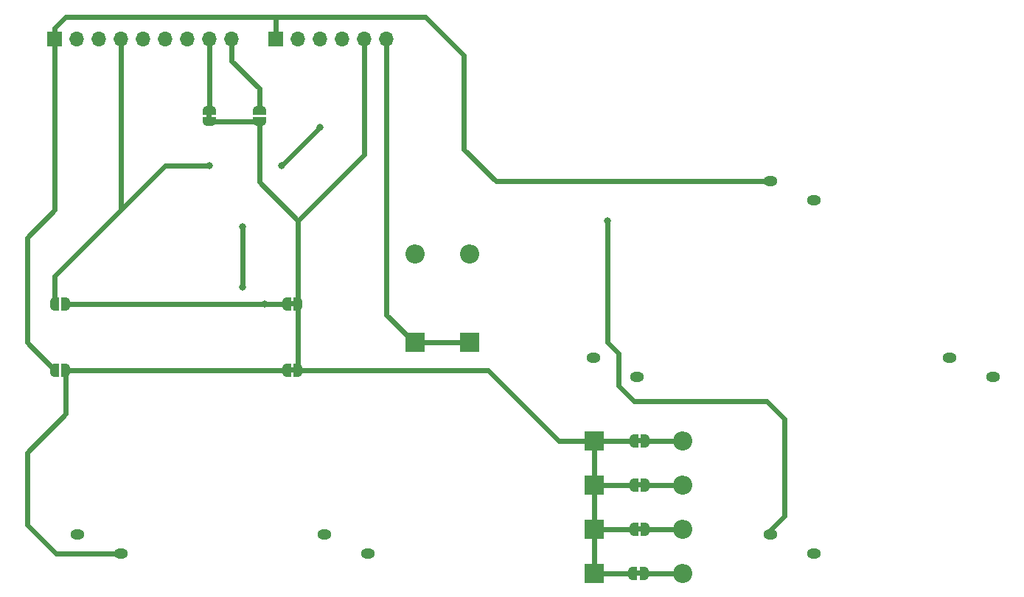
<source format=gbl>
G04 #@! TF.GenerationSoftware,KiCad,Pcbnew,7.0.10*
G04 #@! TF.CreationDate,2024-02-23T16:37:41+09:00*
G04 #@! TF.ProjectId,game_pad,67616d65-5f70-4616-942e-6b696361645f,1*
G04 #@! TF.SameCoordinates,Original*
G04 #@! TF.FileFunction,Copper,L2,Bot*
G04 #@! TF.FilePolarity,Positive*
%FSLAX46Y46*%
G04 Gerber Fmt 4.6, Leading zero omitted, Abs format (unit mm)*
G04 Created by KiCad (PCBNEW 7.0.10) date 2024-02-23 16:37:41*
%MOMM*%
%LPD*%
G01*
G04 APERTURE LIST*
G04 Aperture macros list*
%AMFreePoly0*
4,1,19,0.500000,-0.750000,0.000000,-0.750000,0.000000,-0.744911,-0.071157,-0.744911,-0.207708,-0.704816,-0.327430,-0.627875,-0.420627,-0.520320,-0.479746,-0.390866,-0.500000,-0.250000,-0.500000,0.250000,-0.479746,0.390866,-0.420627,0.520320,-0.327430,0.627875,-0.207708,0.704816,-0.071157,0.744911,0.000000,0.744911,0.000000,0.750000,0.500000,0.750000,0.500000,-0.750000,0.500000,-0.750000,
$1*%
%AMFreePoly1*
4,1,19,0.000000,0.744911,0.071157,0.744911,0.207708,0.704816,0.327430,0.627875,0.420627,0.520320,0.479746,0.390866,0.500000,0.250000,0.500000,-0.250000,0.479746,-0.390866,0.420627,-0.520320,0.327430,-0.627875,0.207708,-0.704816,0.071157,-0.744911,0.000000,-0.744911,0.000000,-0.750000,-0.500000,-0.750000,-0.500000,0.750000,0.000000,0.750000,0.000000,0.744911,0.000000,0.744911,
$1*%
G04 Aperture macros list end*
G04 #@! TA.AperFunction,ComponentPad*
%ADD10O,1.600000X1.200000*%
G04 #@! TD*
G04 #@! TA.AperFunction,ComponentPad*
%ADD11R,1.700000X1.700000*%
G04 #@! TD*
G04 #@! TA.AperFunction,ComponentPad*
%ADD12O,1.700000X1.700000*%
G04 #@! TD*
G04 #@! TA.AperFunction,ComponentPad*
%ADD13R,2.200000X2.200000*%
G04 #@! TD*
G04 #@! TA.AperFunction,ComponentPad*
%ADD14O,2.200000X2.200000*%
G04 #@! TD*
G04 #@! TA.AperFunction,SMDPad,CuDef*
%ADD15FreePoly0,270.000000*%
G04 #@! TD*
G04 #@! TA.AperFunction,SMDPad,CuDef*
%ADD16FreePoly1,270.000000*%
G04 #@! TD*
G04 #@! TA.AperFunction,SMDPad,CuDef*
%ADD17FreePoly0,180.000000*%
G04 #@! TD*
G04 #@! TA.AperFunction,SMDPad,CuDef*
%ADD18FreePoly1,180.000000*%
G04 #@! TD*
G04 #@! TA.AperFunction,SMDPad,CuDef*
%ADD19FreePoly0,0.000000*%
G04 #@! TD*
G04 #@! TA.AperFunction,SMDPad,CuDef*
%ADD20FreePoly1,0.000000*%
G04 #@! TD*
G04 #@! TA.AperFunction,ViaPad*
%ADD21C,0.800000*%
G04 #@! TD*
G04 #@! TA.AperFunction,Conductor*
%ADD22C,0.600000*%
G04 #@! TD*
G04 #@! TA.AperFunction,Conductor*
%ADD23C,0.250000*%
G04 #@! TD*
G04 APERTURE END LIST*
G04 #@! TA.AperFunction,EtchedComponent*
G36*
X86645000Y-82800000D02*
G01*
X86045000Y-82800000D01*
X86045000Y-82300000D01*
X86645000Y-82300000D01*
X86645000Y-82800000D01*
G37*
G04 #@! TD.AperFunction*
G04 #@! TA.AperFunction,EtchedComponent*
G36*
X136028000Y-125268000D02*
G01*
X135528000Y-125268000D01*
X135528000Y-124668000D01*
X136028000Y-124668000D01*
X136028000Y-125268000D01*
G37*
G04 #@! TD.AperFunction*
G04 #@! TA.AperFunction,EtchedComponent*
G36*
X135886000Y-135428000D02*
G01*
X135386000Y-135428000D01*
X135386000Y-134828000D01*
X135886000Y-134828000D01*
X135886000Y-135428000D01*
G37*
G04 #@! TD.AperFunction*
G04 #@! TA.AperFunction,EtchedComponent*
G36*
X136028000Y-130348000D02*
G01*
X135528000Y-130348000D01*
X135528000Y-129748000D01*
X136028000Y-129748000D01*
X136028000Y-130348000D01*
G37*
G04 #@! TD.AperFunction*
G04 #@! TA.AperFunction,EtchedComponent*
G36*
X96150000Y-104440000D02*
G01*
X95650000Y-104440000D01*
X95650000Y-103840000D01*
X96150000Y-103840000D01*
X96150000Y-104440000D01*
G37*
G04 #@! TD.AperFunction*
G04 #@! TA.AperFunction,EtchedComponent*
G36*
X96150000Y-112060000D02*
G01*
X95650000Y-112060000D01*
X95650000Y-111460000D01*
X96150000Y-111460000D01*
X96150000Y-112060000D01*
G37*
G04 #@! TD.AperFunction*
G04 #@! TA.AperFunction,EtchedComponent*
G36*
X136028000Y-120188000D02*
G01*
X135528000Y-120188000D01*
X135528000Y-119588000D01*
X136028000Y-119588000D01*
X136028000Y-120188000D01*
G37*
G04 #@! TD.AperFunction*
D10*
X150790000Y-130700000D03*
X155790000Y-132900000D03*
D11*
X93980000Y-73660000D03*
D12*
X96520000Y-73660000D03*
X99060000Y-73660000D03*
X101600000Y-73660000D03*
X104140000Y-73660000D03*
X106680000Y-73660000D03*
D13*
X130556000Y-119888000D03*
D14*
X140716000Y-119888000D03*
D13*
X130556000Y-124968000D03*
D14*
X140716000Y-124968000D03*
D10*
X171315000Y-110380000D03*
X176315000Y-112580000D03*
D13*
X130556000Y-130048000D03*
D14*
X140716000Y-130048000D03*
D13*
X109982000Y-108585000D03*
D14*
X109982000Y-98425000D03*
D10*
X71200000Y-130700000D03*
X76200000Y-132900000D03*
D13*
X116205000Y-108585000D03*
D14*
X116205000Y-98425000D03*
D10*
X130470000Y-110380000D03*
X135470000Y-112580000D03*
D13*
X130556000Y-135128000D03*
D14*
X140716000Y-135128000D03*
D10*
X150780000Y-90060000D03*
X155780000Y-92260000D03*
D11*
X68580000Y-73660000D03*
D12*
X71120000Y-73660000D03*
X73660000Y-73660000D03*
X76200000Y-73660000D03*
X78740000Y-73660000D03*
X81280000Y-73660000D03*
X83820000Y-73660000D03*
X86360000Y-73660000D03*
X88900000Y-73660000D03*
D10*
X99560000Y-130700000D03*
X104560000Y-132900000D03*
D15*
X86345000Y-81900000D03*
D16*
X86345000Y-83200000D03*
D17*
X69880000Y-104140000D03*
D18*
X68580000Y-104140000D03*
D19*
X135128000Y-124968000D03*
D20*
X136428000Y-124968000D03*
D19*
X134986000Y-135128000D03*
D20*
X136286000Y-135128000D03*
D17*
X136428000Y-130048000D03*
D18*
X135128000Y-130048000D03*
D17*
X96550000Y-104140000D03*
D18*
X95250000Y-104140000D03*
D15*
X92075000Y-81885000D03*
D16*
X92075000Y-83185000D03*
D17*
X96550000Y-111760000D03*
D18*
X95250000Y-111760000D03*
D17*
X69880000Y-111760000D03*
D18*
X68580000Y-111760000D03*
D19*
X135128000Y-119888000D03*
D20*
X136428000Y-119888000D03*
D21*
X90170000Y-95250000D03*
X90170000Y-102235000D03*
X132080000Y-94615000D03*
X86360000Y-88265000D03*
X94615000Y-88265000D03*
X99060000Y-83820000D03*
X92710000Y-104140000D03*
D22*
X106680000Y-105410000D02*
X109855000Y-108585000D01*
X109855000Y-108585000D02*
X115900000Y-108585000D01*
X106680000Y-73660000D02*
X106680000Y-105410000D01*
X90170000Y-95250000D02*
X90170000Y-102235000D01*
X65405000Y-108585000D02*
X65405000Y-96520000D01*
X93980000Y-73660000D02*
X93980000Y-71120000D01*
X69850000Y-71120000D02*
X68580000Y-72390000D01*
X68580000Y-93345000D02*
X68580000Y-73660000D01*
X65405000Y-96520000D02*
X68580000Y-93345000D01*
X68580000Y-111760000D02*
X65405000Y-108585000D01*
X111125000Y-71120000D02*
X115570000Y-75565000D01*
X119270000Y-90060000D02*
X150780000Y-90060000D01*
X93980000Y-71120000D02*
X111125000Y-71120000D01*
X115570000Y-75565000D02*
X115570000Y-86360000D01*
X68580000Y-72390000D02*
X68580000Y-73660000D01*
X93980000Y-71120000D02*
X69850000Y-71120000D01*
X115570000Y-86360000D02*
X119270000Y-90060000D01*
X133350000Y-109855000D02*
X133350000Y-113538000D01*
X152400000Y-117348000D02*
X152400000Y-128524000D01*
X132080000Y-94615000D02*
X132080000Y-108585000D01*
X133350000Y-113538000D02*
X135128000Y-115316000D01*
X150790000Y-130134000D02*
X150790000Y-130700000D01*
X135128000Y-115316000D02*
X150368000Y-115316000D01*
X152400000Y-128524000D02*
X150790000Y-130134000D01*
X132080000Y-108585000D02*
X133350000Y-109855000D01*
X150368000Y-115316000D02*
X152400000Y-117348000D01*
X68580000Y-100965000D02*
X76200000Y-93345000D01*
X81280000Y-88265000D02*
X76200000Y-93345000D01*
X99060000Y-83820000D02*
X94615000Y-88265000D01*
X76200000Y-93345000D02*
X76200000Y-73660000D01*
X68580000Y-104140000D02*
X68580000Y-100965000D01*
X86360000Y-88265000D02*
X81280000Y-88265000D01*
X86360000Y-73660000D02*
X86360000Y-81885000D01*
D23*
X86360000Y-81885000D02*
X86345000Y-81900000D01*
D22*
X92710000Y-104140000D02*
X69880000Y-104140000D01*
X95250000Y-104140000D02*
X92710000Y-104140000D01*
X69880000Y-111760000D02*
X69880000Y-116810000D01*
X68765000Y-132900000D02*
X76200000Y-132900000D01*
X69880000Y-116810000D02*
X65405000Y-121285000D01*
X65405000Y-129540000D02*
X68765000Y-132900000D01*
X65405000Y-121285000D02*
X65405000Y-129540000D01*
X95250000Y-111760000D02*
X69880000Y-111760000D01*
X92075000Y-79375000D02*
X92075000Y-81885000D01*
X88900000Y-73660000D02*
X88900000Y-76200000D01*
X88900000Y-76200000D02*
X92075000Y-79375000D01*
X96520000Y-111790000D02*
X96550000Y-111760000D01*
X130556000Y-130048000D02*
X135128000Y-130048000D01*
X104140000Y-86360000D02*
X104140000Y-73660000D01*
X130556000Y-119888000D02*
X135128000Y-119888000D01*
X130556000Y-119888000D02*
X126492000Y-119888000D01*
X126492000Y-119888000D02*
X118364000Y-111760000D01*
X104140000Y-86995000D02*
X104140000Y-86868000D01*
X86345000Y-83200000D02*
X92060000Y-83200000D01*
X96550000Y-111760000D02*
X96550000Y-104140000D01*
X96550000Y-94585000D02*
X104140000Y-86995000D01*
X118364000Y-111760000D02*
X107696000Y-111760000D01*
D23*
X92060000Y-83200000D02*
X92075000Y-83185000D01*
D22*
X92075000Y-90110000D02*
X96550000Y-94585000D01*
X104140000Y-86995000D02*
X104140000Y-86360000D01*
X130556000Y-124968000D02*
X135128000Y-124968000D01*
X104140000Y-86868000D02*
X104140000Y-86360000D01*
X92075000Y-83185000D02*
X92075000Y-90110000D01*
X130556000Y-130048000D02*
X130556000Y-124968000D01*
X96550000Y-104140000D02*
X96550000Y-94585000D01*
X130556000Y-124968000D02*
X130556000Y-119888000D01*
X130556000Y-135128000D02*
X134986000Y-135128000D01*
X130556000Y-135128000D02*
X130556000Y-130048000D01*
X96550000Y-111760000D02*
X107696000Y-111760000D01*
X140716000Y-135128000D02*
X136286000Y-135128000D01*
X140716000Y-124968000D02*
X136428000Y-124968000D01*
X140716000Y-119888000D02*
X136428000Y-119888000D01*
X140716000Y-130048000D02*
X136428000Y-130048000D01*
M02*

</source>
